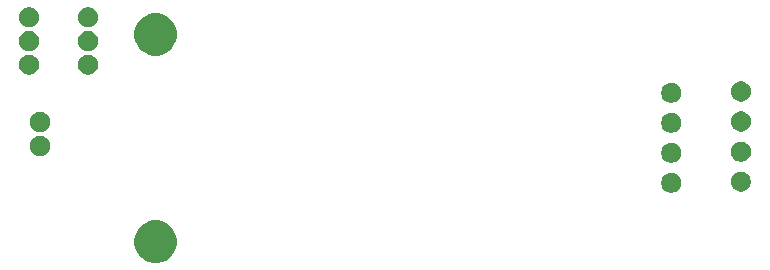
<source format=gbr>
G04 #@! TF.GenerationSoftware,KiCad,Pcbnew,5.0.2+dfsg1-1~bpo9+1*
G04 #@! TF.CreationDate,2020-02-22T15:05:15+00:00*
G04 #@! TF.ProjectId,tiny_powerbank_alyzer,74696e79-5f70-46f7-9765-7262616e6b5f,rev?*
G04 #@! TF.SameCoordinates,Original*
G04 #@! TF.FileFunction,Soldermask,Bot*
G04 #@! TF.FilePolarity,Negative*
%FSLAX46Y46*%
G04 Gerber Fmt 4.6, Leading zero omitted, Abs format (unit mm)*
G04 Created by KiCad (PCBNEW 5.0.2+dfsg1-1~bpo9+1) date Sat 22 Feb 2020 15:05:15 GMT*
%MOMM*%
%LPD*%
G01*
G04 APERTURE LIST*
%ADD10C,0.100000*%
G04 APERTURE END LIST*
D10*
G36*
X112132931Y-62720711D02*
X112460692Y-62856474D01*
X112755673Y-63053574D01*
X113006526Y-63304427D01*
X113203626Y-63599408D01*
X113339389Y-63927169D01*
X113408600Y-64275116D01*
X113408600Y-64629884D01*
X113339389Y-64977831D01*
X113203626Y-65305592D01*
X113006526Y-65600573D01*
X112755673Y-65851426D01*
X112460692Y-66048526D01*
X112132931Y-66184289D01*
X111784984Y-66253500D01*
X111430216Y-66253500D01*
X111082269Y-66184289D01*
X110754508Y-66048526D01*
X110459527Y-65851426D01*
X110208674Y-65600573D01*
X110011574Y-65305592D01*
X109875811Y-64977831D01*
X109806600Y-64629884D01*
X109806600Y-64275116D01*
X109875811Y-63927169D01*
X110011574Y-63599408D01*
X110208674Y-63304427D01*
X110459527Y-63053574D01*
X110754508Y-62856474D01*
X111082269Y-62720711D01*
X111430216Y-62651500D01*
X111784984Y-62651500D01*
X112132931Y-62720711D01*
X112132931Y-62720711D01*
G37*
G36*
X155518428Y-58643103D02*
X155673300Y-58707253D01*
X155812681Y-58800385D01*
X155931215Y-58918919D01*
X156024347Y-59058300D01*
X156088497Y-59213172D01*
X156121200Y-59377584D01*
X156121200Y-59545216D01*
X156088497Y-59709628D01*
X156024347Y-59864500D01*
X155931215Y-60003881D01*
X155812681Y-60122415D01*
X155673300Y-60215547D01*
X155518428Y-60279697D01*
X155354016Y-60312400D01*
X155186384Y-60312400D01*
X155021972Y-60279697D01*
X154867100Y-60215547D01*
X154727719Y-60122415D01*
X154609185Y-60003881D01*
X154516053Y-59864500D01*
X154451903Y-59709628D01*
X154419200Y-59545216D01*
X154419200Y-59377584D01*
X154451903Y-59213172D01*
X154516053Y-59058300D01*
X154609185Y-58918919D01*
X154727719Y-58800385D01*
X154867100Y-58707253D01*
X155021972Y-58643103D01*
X155186384Y-58610400D01*
X155354016Y-58610400D01*
X155518428Y-58643103D01*
X155518428Y-58643103D01*
G37*
G36*
X161406148Y-58541503D02*
X161561020Y-58605653D01*
X161700401Y-58698785D01*
X161818935Y-58817319D01*
X161912067Y-58956700D01*
X161976217Y-59111572D01*
X162008920Y-59275984D01*
X162008920Y-59443616D01*
X161976217Y-59608028D01*
X161912067Y-59762900D01*
X161818935Y-59902281D01*
X161700401Y-60020815D01*
X161561020Y-60113947D01*
X161406148Y-60178097D01*
X161241736Y-60210800D01*
X161074104Y-60210800D01*
X160909692Y-60178097D01*
X160754820Y-60113947D01*
X160615439Y-60020815D01*
X160496905Y-59902281D01*
X160403773Y-59762900D01*
X160339623Y-59608028D01*
X160306920Y-59443616D01*
X160306920Y-59275984D01*
X160339623Y-59111572D01*
X160403773Y-58956700D01*
X160496905Y-58817319D01*
X160615439Y-58698785D01*
X160754820Y-58605653D01*
X160909692Y-58541503D01*
X161074104Y-58508800D01*
X161241736Y-58508800D01*
X161406148Y-58541503D01*
X161406148Y-58541503D01*
G37*
G36*
X155518428Y-56103103D02*
X155673300Y-56167253D01*
X155812681Y-56260385D01*
X155931215Y-56378919D01*
X156024347Y-56518300D01*
X156088497Y-56673172D01*
X156121200Y-56837584D01*
X156121200Y-57005216D01*
X156088497Y-57169628D01*
X156024347Y-57324500D01*
X155931215Y-57463881D01*
X155812681Y-57582415D01*
X155673300Y-57675547D01*
X155518428Y-57739697D01*
X155354016Y-57772400D01*
X155186384Y-57772400D01*
X155021972Y-57739697D01*
X154867100Y-57675547D01*
X154727719Y-57582415D01*
X154609185Y-57463881D01*
X154516053Y-57324500D01*
X154451903Y-57169628D01*
X154419200Y-57005216D01*
X154419200Y-56837584D01*
X154451903Y-56673172D01*
X154516053Y-56518300D01*
X154609185Y-56378919D01*
X154727719Y-56260385D01*
X154867100Y-56167253D01*
X155021972Y-56103103D01*
X155186384Y-56070400D01*
X155354016Y-56070400D01*
X155518428Y-56103103D01*
X155518428Y-56103103D01*
G37*
G36*
X161411228Y-56011663D02*
X161566100Y-56075813D01*
X161705481Y-56168945D01*
X161824015Y-56287479D01*
X161917147Y-56426860D01*
X161981297Y-56581732D01*
X162014000Y-56746144D01*
X162014000Y-56913776D01*
X161981297Y-57078188D01*
X161917147Y-57233060D01*
X161824015Y-57372441D01*
X161705481Y-57490975D01*
X161566100Y-57584107D01*
X161411228Y-57648257D01*
X161246816Y-57680960D01*
X161079184Y-57680960D01*
X160914772Y-57648257D01*
X160759900Y-57584107D01*
X160620519Y-57490975D01*
X160501985Y-57372441D01*
X160408853Y-57233060D01*
X160344703Y-57078188D01*
X160312000Y-56913776D01*
X160312000Y-56746144D01*
X160344703Y-56581732D01*
X160408853Y-56426860D01*
X160501985Y-56287479D01*
X160620519Y-56168945D01*
X160759900Y-56075813D01*
X160914772Y-56011663D01*
X161079184Y-55978960D01*
X161246816Y-55978960D01*
X161411228Y-56011663D01*
X161411228Y-56011663D01*
G37*
G36*
X102064128Y-55518903D02*
X102219000Y-55583053D01*
X102358381Y-55676185D01*
X102476915Y-55794719D01*
X102570047Y-55934100D01*
X102634197Y-56088972D01*
X102666900Y-56253384D01*
X102666900Y-56421016D01*
X102634197Y-56585428D01*
X102570047Y-56740300D01*
X102476915Y-56879681D01*
X102358381Y-56998215D01*
X102219000Y-57091347D01*
X102064128Y-57155497D01*
X101899716Y-57188200D01*
X101732084Y-57188200D01*
X101567672Y-57155497D01*
X101412800Y-57091347D01*
X101273419Y-56998215D01*
X101154885Y-56879681D01*
X101061753Y-56740300D01*
X100997603Y-56585428D01*
X100964900Y-56421016D01*
X100964900Y-56253384D01*
X100997603Y-56088972D01*
X101061753Y-55934100D01*
X101154885Y-55794719D01*
X101273419Y-55676185D01*
X101412800Y-55583053D01*
X101567672Y-55518903D01*
X101732084Y-55486200D01*
X101899716Y-55486200D01*
X102064128Y-55518903D01*
X102064128Y-55518903D01*
G37*
G36*
X155518428Y-53563103D02*
X155673300Y-53627253D01*
X155812681Y-53720385D01*
X155931215Y-53838919D01*
X156024347Y-53978300D01*
X156088497Y-54133172D01*
X156121200Y-54297584D01*
X156121200Y-54465216D01*
X156088497Y-54629628D01*
X156024347Y-54784500D01*
X155931215Y-54923881D01*
X155812681Y-55042415D01*
X155673300Y-55135547D01*
X155518428Y-55199697D01*
X155354016Y-55232400D01*
X155186384Y-55232400D01*
X155021972Y-55199697D01*
X154867100Y-55135547D01*
X154727719Y-55042415D01*
X154609185Y-54923881D01*
X154516053Y-54784500D01*
X154451903Y-54629628D01*
X154419200Y-54465216D01*
X154419200Y-54297584D01*
X154451903Y-54133172D01*
X154516053Y-53978300D01*
X154609185Y-53838919D01*
X154727719Y-53720385D01*
X154867100Y-53627253D01*
X155021972Y-53563103D01*
X155186384Y-53530400D01*
X155354016Y-53530400D01*
X155518428Y-53563103D01*
X155518428Y-53563103D01*
G37*
G36*
X102064128Y-53486903D02*
X102219000Y-53551053D01*
X102358381Y-53644185D01*
X102476915Y-53762719D01*
X102570047Y-53902100D01*
X102634197Y-54056972D01*
X102666900Y-54221384D01*
X102666900Y-54389016D01*
X102634197Y-54553428D01*
X102570047Y-54708300D01*
X102476915Y-54847681D01*
X102358381Y-54966215D01*
X102219000Y-55059347D01*
X102064128Y-55123497D01*
X101899716Y-55156200D01*
X101732084Y-55156200D01*
X101567672Y-55123497D01*
X101412800Y-55059347D01*
X101273419Y-54966215D01*
X101154885Y-54847681D01*
X101061753Y-54708300D01*
X100997603Y-54553428D01*
X100964900Y-54389016D01*
X100964900Y-54221384D01*
X100997603Y-54056972D01*
X101061753Y-53902100D01*
X101154885Y-53762719D01*
X101273419Y-53644185D01*
X101412800Y-53551053D01*
X101567672Y-53486903D01*
X101732084Y-53454200D01*
X101899716Y-53454200D01*
X102064128Y-53486903D01*
X102064128Y-53486903D01*
G37*
G36*
X161411228Y-53456423D02*
X161566100Y-53520573D01*
X161705481Y-53613705D01*
X161824015Y-53732239D01*
X161917147Y-53871620D01*
X161981297Y-54026492D01*
X162014000Y-54190904D01*
X162014000Y-54358536D01*
X161981297Y-54522948D01*
X161917147Y-54677820D01*
X161824015Y-54817201D01*
X161705481Y-54935735D01*
X161566100Y-55028867D01*
X161411228Y-55093017D01*
X161246816Y-55125720D01*
X161079184Y-55125720D01*
X160914772Y-55093017D01*
X160759900Y-55028867D01*
X160620519Y-54935735D01*
X160501985Y-54817201D01*
X160408853Y-54677820D01*
X160344703Y-54522948D01*
X160312000Y-54358536D01*
X160312000Y-54190904D01*
X160344703Y-54026492D01*
X160408853Y-53871620D01*
X160501985Y-53732239D01*
X160620519Y-53613705D01*
X160759900Y-53520573D01*
X160914772Y-53456423D01*
X161079184Y-53423720D01*
X161246816Y-53423720D01*
X161411228Y-53456423D01*
X161411228Y-53456423D01*
G37*
G36*
X155518428Y-51023103D02*
X155673300Y-51087253D01*
X155812681Y-51180385D01*
X155931215Y-51298919D01*
X156024347Y-51438300D01*
X156088497Y-51593172D01*
X156121200Y-51757584D01*
X156121200Y-51925216D01*
X156088497Y-52089628D01*
X156024347Y-52244500D01*
X155931215Y-52383881D01*
X155812681Y-52502415D01*
X155673300Y-52595547D01*
X155518428Y-52659697D01*
X155354016Y-52692400D01*
X155186384Y-52692400D01*
X155021972Y-52659697D01*
X154867100Y-52595547D01*
X154727719Y-52502415D01*
X154609185Y-52383881D01*
X154516053Y-52244500D01*
X154451903Y-52089628D01*
X154419200Y-51925216D01*
X154419200Y-51757584D01*
X154451903Y-51593172D01*
X154516053Y-51438300D01*
X154609185Y-51298919D01*
X154727719Y-51180385D01*
X154867100Y-51087253D01*
X155021972Y-51023103D01*
X155186384Y-50990400D01*
X155354016Y-50990400D01*
X155518428Y-51023103D01*
X155518428Y-51023103D01*
G37*
G36*
X161411228Y-50916423D02*
X161566100Y-50980573D01*
X161705481Y-51073705D01*
X161824015Y-51192239D01*
X161917147Y-51331620D01*
X161981297Y-51486492D01*
X162014000Y-51650904D01*
X162014000Y-51818536D01*
X161981297Y-51982948D01*
X161917147Y-52137820D01*
X161824015Y-52277201D01*
X161705481Y-52395735D01*
X161566100Y-52488867D01*
X161411228Y-52553017D01*
X161246816Y-52585720D01*
X161079184Y-52585720D01*
X160914772Y-52553017D01*
X160759900Y-52488867D01*
X160620519Y-52395735D01*
X160501985Y-52277201D01*
X160408853Y-52137820D01*
X160344703Y-51982948D01*
X160312000Y-51818536D01*
X160312000Y-51650904D01*
X160344703Y-51486492D01*
X160408853Y-51331620D01*
X160501985Y-51192239D01*
X160620519Y-51073705D01*
X160759900Y-50980573D01*
X160914772Y-50916423D01*
X161079184Y-50883720D01*
X161246816Y-50883720D01*
X161411228Y-50916423D01*
X161411228Y-50916423D01*
G37*
G36*
X101137028Y-48643123D02*
X101291900Y-48707273D01*
X101431281Y-48800405D01*
X101549815Y-48918939D01*
X101642947Y-49058320D01*
X101707097Y-49213192D01*
X101739800Y-49377604D01*
X101739800Y-49545236D01*
X101707097Y-49709648D01*
X101642947Y-49864520D01*
X101549815Y-50003901D01*
X101431281Y-50122435D01*
X101291900Y-50215567D01*
X101137028Y-50279717D01*
X100972616Y-50312420D01*
X100804984Y-50312420D01*
X100640572Y-50279717D01*
X100485700Y-50215567D01*
X100346319Y-50122435D01*
X100227785Y-50003901D01*
X100134653Y-49864520D01*
X100070503Y-49709648D01*
X100037800Y-49545236D01*
X100037800Y-49377604D01*
X100070503Y-49213192D01*
X100134653Y-49058320D01*
X100227785Y-48918939D01*
X100346319Y-48800405D01*
X100485700Y-48707273D01*
X100640572Y-48643123D01*
X100804984Y-48610420D01*
X100972616Y-48610420D01*
X101137028Y-48643123D01*
X101137028Y-48643123D01*
G37*
G36*
X106140828Y-48643123D02*
X106295700Y-48707273D01*
X106435081Y-48800405D01*
X106553615Y-48918939D01*
X106646747Y-49058320D01*
X106710897Y-49213192D01*
X106743600Y-49377604D01*
X106743600Y-49545236D01*
X106710897Y-49709648D01*
X106646747Y-49864520D01*
X106553615Y-50003901D01*
X106435081Y-50122435D01*
X106295700Y-50215567D01*
X106140828Y-50279717D01*
X105976416Y-50312420D01*
X105808784Y-50312420D01*
X105644372Y-50279717D01*
X105489500Y-50215567D01*
X105350119Y-50122435D01*
X105231585Y-50003901D01*
X105138453Y-49864520D01*
X105074303Y-49709648D01*
X105041600Y-49545236D01*
X105041600Y-49377604D01*
X105074303Y-49213192D01*
X105138453Y-49058320D01*
X105231585Y-48918939D01*
X105350119Y-48800405D01*
X105489500Y-48707273D01*
X105644372Y-48643123D01*
X105808784Y-48610420D01*
X105976416Y-48610420D01*
X106140828Y-48643123D01*
X106140828Y-48643123D01*
G37*
G36*
X112132931Y-45169311D02*
X112460692Y-45305074D01*
X112755673Y-45502174D01*
X113006526Y-45753027D01*
X113203626Y-46048008D01*
X113339389Y-46375769D01*
X113408600Y-46723716D01*
X113408600Y-47078484D01*
X113339389Y-47426431D01*
X113203626Y-47754192D01*
X113006526Y-48049173D01*
X112755673Y-48300026D01*
X112460692Y-48497126D01*
X112132931Y-48632889D01*
X111784984Y-48702100D01*
X111430216Y-48702100D01*
X111082269Y-48632889D01*
X110754508Y-48497126D01*
X110459527Y-48300026D01*
X110208674Y-48049173D01*
X110011574Y-47754192D01*
X109875811Y-47426431D01*
X109806600Y-47078484D01*
X109806600Y-46723716D01*
X109875811Y-46375769D01*
X110011574Y-46048008D01*
X110208674Y-45753027D01*
X110459527Y-45502174D01*
X110754508Y-45305074D01*
X111082269Y-45169311D01*
X111430216Y-45100100D01*
X111784984Y-45100100D01*
X112132931Y-45169311D01*
X112132931Y-45169311D01*
G37*
G36*
X101137028Y-46641603D02*
X101291900Y-46705753D01*
X101431281Y-46798885D01*
X101549815Y-46917419D01*
X101642947Y-47056800D01*
X101707097Y-47211672D01*
X101739800Y-47376084D01*
X101739800Y-47543716D01*
X101707097Y-47708128D01*
X101642947Y-47863000D01*
X101549815Y-48002381D01*
X101431281Y-48120915D01*
X101291900Y-48214047D01*
X101137028Y-48278197D01*
X100972616Y-48310900D01*
X100804984Y-48310900D01*
X100640572Y-48278197D01*
X100485700Y-48214047D01*
X100346319Y-48120915D01*
X100227785Y-48002381D01*
X100134653Y-47863000D01*
X100070503Y-47708128D01*
X100037800Y-47543716D01*
X100037800Y-47376084D01*
X100070503Y-47211672D01*
X100134653Y-47056800D01*
X100227785Y-46917419D01*
X100346319Y-46798885D01*
X100485700Y-46705753D01*
X100640572Y-46641603D01*
X100804984Y-46608900D01*
X100972616Y-46608900D01*
X101137028Y-46641603D01*
X101137028Y-46641603D01*
G37*
G36*
X106140828Y-46641603D02*
X106295700Y-46705753D01*
X106435081Y-46798885D01*
X106553615Y-46917419D01*
X106646747Y-47056800D01*
X106710897Y-47211672D01*
X106743600Y-47376084D01*
X106743600Y-47543716D01*
X106710897Y-47708128D01*
X106646747Y-47863000D01*
X106553615Y-48002381D01*
X106435081Y-48120915D01*
X106295700Y-48214047D01*
X106140828Y-48278197D01*
X105976416Y-48310900D01*
X105808784Y-48310900D01*
X105644372Y-48278197D01*
X105489500Y-48214047D01*
X105350119Y-48120915D01*
X105231585Y-48002381D01*
X105138453Y-47863000D01*
X105074303Y-47708128D01*
X105041600Y-47543716D01*
X105041600Y-47376084D01*
X105074303Y-47211672D01*
X105138453Y-47056800D01*
X105231585Y-46917419D01*
X105350119Y-46798885D01*
X105489500Y-46705753D01*
X105644372Y-46641603D01*
X105808784Y-46608900D01*
X105976416Y-46608900D01*
X106140828Y-46641603D01*
X106140828Y-46641603D01*
G37*
G36*
X101137028Y-44640083D02*
X101291900Y-44704233D01*
X101431281Y-44797365D01*
X101549815Y-44915899D01*
X101642947Y-45055280D01*
X101707097Y-45210152D01*
X101739800Y-45374564D01*
X101739800Y-45542196D01*
X101707097Y-45706608D01*
X101642947Y-45861480D01*
X101549815Y-46000861D01*
X101431281Y-46119395D01*
X101291900Y-46212527D01*
X101137028Y-46276677D01*
X100972616Y-46309380D01*
X100804984Y-46309380D01*
X100640572Y-46276677D01*
X100485700Y-46212527D01*
X100346319Y-46119395D01*
X100227785Y-46000861D01*
X100134653Y-45861480D01*
X100070503Y-45706608D01*
X100037800Y-45542196D01*
X100037800Y-45374564D01*
X100070503Y-45210152D01*
X100134653Y-45055280D01*
X100227785Y-44915899D01*
X100346319Y-44797365D01*
X100485700Y-44704233D01*
X100640572Y-44640083D01*
X100804984Y-44607380D01*
X100972616Y-44607380D01*
X101137028Y-44640083D01*
X101137028Y-44640083D01*
G37*
G36*
X106140828Y-44640083D02*
X106295700Y-44704233D01*
X106435081Y-44797365D01*
X106553615Y-44915899D01*
X106646747Y-45055280D01*
X106710897Y-45210152D01*
X106743600Y-45374564D01*
X106743600Y-45542196D01*
X106710897Y-45706608D01*
X106646747Y-45861480D01*
X106553615Y-46000861D01*
X106435081Y-46119395D01*
X106295700Y-46212527D01*
X106140828Y-46276677D01*
X105976416Y-46309380D01*
X105808784Y-46309380D01*
X105644372Y-46276677D01*
X105489500Y-46212527D01*
X105350119Y-46119395D01*
X105231585Y-46000861D01*
X105138453Y-45861480D01*
X105074303Y-45706608D01*
X105041600Y-45542196D01*
X105041600Y-45374564D01*
X105074303Y-45210152D01*
X105138453Y-45055280D01*
X105231585Y-44915899D01*
X105350119Y-44797365D01*
X105489500Y-44704233D01*
X105644372Y-44640083D01*
X105808784Y-44607380D01*
X105976416Y-44607380D01*
X106140828Y-44640083D01*
X106140828Y-44640083D01*
G37*
M02*

</source>
